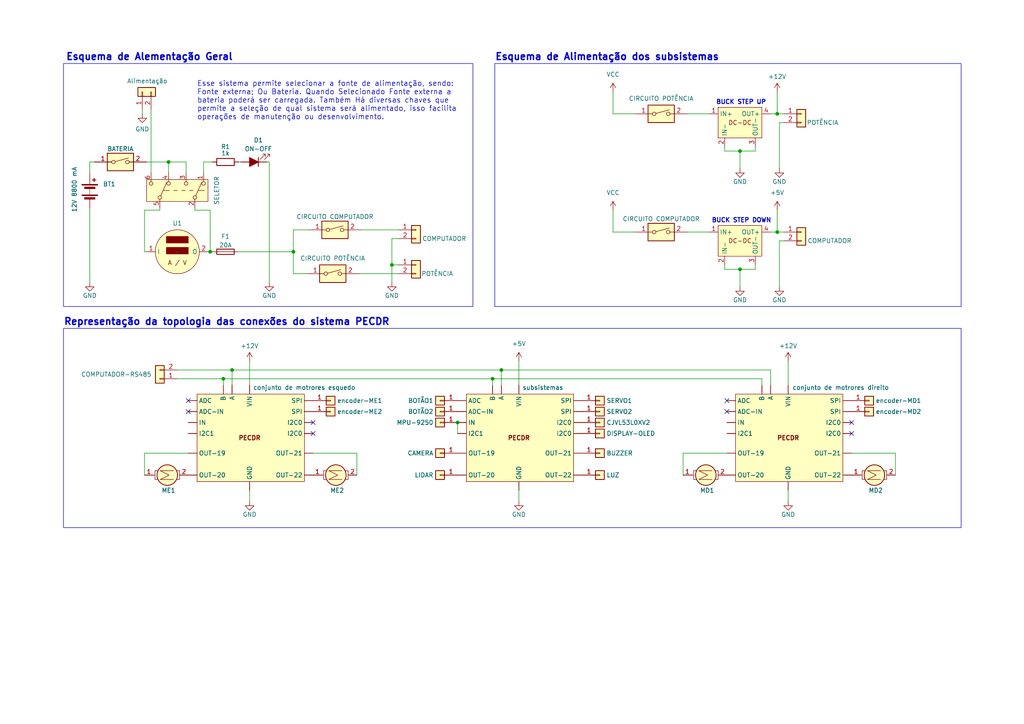
<source format=kicad_sch>
(kicad_sch (version 20230121) (generator eeschema)
  (paper "A4")
  (title_block (title "Fonte De Energia") (date "2024-02-04") (rev "0.01") (company "POR: Pedro Igor Borçatti da Silva ") (comment 4 "ESSE CIRCUITO REPRESENTA O ESQUEMA GERAL DA ALIMENTAÇÃO E CONEXÇÕES DO ROBÔ"))
  (lib_symbols
    (symbol "Connector_Generic:Conn_01x01" (pin_names (offset 1.016) hide)
      (property "Reference" "J" (at 0 2.54 0))
      (property "Value" "Conn_01x01" (at 0 -2.54 0))
      (symbol "Conn_01x01_1_1"
        (rectangle (start -1.27 0.127) (end 0 -0.127) (stroke (width 0.1524)))
        (rectangle (start -1.27 1.27) (end 1.27 -1.27) (stroke (width 0.254)) (fill (type background)))
        (pin passive line (at -5.08 0 0) (length 3.81) (name "Pin_1") (number "1"))
      )
    )
    (symbol "Connector_Generic:Conn_01x02" (pin_names (offset 1.016) hide)
      (property "Reference" "J" (at 0 2.54 0))
      (property "Value" "Conn_01x02" (at 0 -5.08 0))
      (symbol "Conn_01x02_1_1"
        (rectangle (start -1.27 -2.413) (end 0 -2.667) (stroke (width 0.1524)))
        (rectangle (start -1.27 0.127) (end 0 -0.127) (stroke (width 0.1524)))
        (rectangle (start -1.27 1.27) (end 1.27 -3.81) (stroke (width 0.254)) (fill (type background)))
        (pin passive line (at -5.08 0 0) (length 3.81) (name "Pin_1") (number "1"))
        (pin passive line (at -5.08 -2.54 0) (length 3.81) (name "Pin_2") (number "2"))
      )
    )
    (symbol "Device:Battery" (pin_numbers hide) (pin_names (offset 0) hide)
      (property "Reference" "BT" (at 2.54 2.54 0))
      (property "Value" "Battery" (at 2.54 0 0))
      (symbol "Battery_0_1"
        (rectangle (start -2.286 -1.27) (end 2.286 -1.524) (fill (type outline)))
        (rectangle (start -2.286 1.778) (end 2.286 1.524) (fill (type outline)))
        (rectangle (start -1.524 -2.032) (end 1.524 -2.54) (fill (type outline)))
        (rectangle (start -1.524 1.016) (end 1.524 0.508) (fill (type outline)))
        (polyline (pts (xy 0 -1.016) (xy 0 -0.762)))
        (polyline (pts (xy 0 -0.508) (xy 0 -0.254)))
        (polyline (pts (xy 0 0) (xy 0 0.254)))
        (polyline (pts (xy 0 1.778) (xy 0 2.54)))
        (polyline (pts (xy 0.762 3.048) (xy 1.778 3.048)) (stroke (width 0.254)))
        (polyline (pts (xy 1.27 3.556) (xy 1.27 2.54)) (stroke (width 0.254)))
      )
      (symbol "Battery_1_1"
        (pin passive line (at 0 5.08 270) (length 2.54) (name "+") (number "1"))
        (pin passive line (at 0 -5.08 90) (length 2.54) (name "-") (number "2"))
      )
    )
    (symbol "Device:Fuse" (pin_numbers hide) (pin_names (offset 0))
      (property "Reference" "F" (at 2.032 0 90))
      (property "Value" "Fuse" (at -1.905 0 90))
      (symbol "Fuse_0_1"
        (rectangle (start -0.762 -2.54) (end 0.762 2.54) (stroke (width 0.254)))
        (polyline (pts (xy 0 2.54) (xy 0 -2.54)))
      )
      (symbol "Fuse_1_1"
        (pin passive line (at 0 3.81 270) (length 1.27) (name "~") (number "1"))
        (pin passive line (at 0 -3.81 90) (length 1.27) (name "~") (number "2"))
      )
    )
    (symbol "Device:LED_Filled" (pin_numbers hide) (pin_names (offset 1.016) hide)
      (property "Reference" "D" (at 0 2.54 0))
      (property "Value" "LED_Filled" (at 0 -2.54 0))
      (symbol "LED_Filled_0_1"
        (polyline (pts (xy -1.27 -1.27) (xy -1.27 1.27)) (stroke (width 0.254)))
        (polyline (pts (xy -1.27 0) (xy 1.27 0)))
        (polyline (pts (xy 1.27 -1.27) (xy 1.27 1.27) (xy -1.27 0) (xy 1.27 -1.27)) (stroke (width 0.254)) (fill (type outline)))
        (polyline (pts (xy -3.048 -0.762) (xy -4.572 -2.286) (xy -3.81 -2.286) (xy -4.572 -2.286) (xy -4.572 -1.524)))
        (polyline (pts (xy -1.778 -0.762) (xy -3.302 -2.286) (xy -2.54 -2.286) (xy -3.302 -2.286) (xy -3.302 -1.524)))
      )
      (symbol "LED_Filled_1_1"
        (pin passive line (at -3.81 0 0) (length 2.54) (name "K") (number "1"))
        (pin passive line (at 3.81 0 180) (length 2.54) (name "A") (number "2"))
      )
    )
    (symbol "Device:R" (pin_numbers hide) (pin_names (offset 0))
      (property "Reference" "R" (at 2.032 0 90))
      (property "Value" "R" (at 0 0 90))
      (symbol "R_0_1"
        (rectangle (start -1.016 -2.54) (end 1.016 2.54) (stroke (width 0.254)))
      )
      (symbol "R_1_1"
        (pin passive line (at 0 3.81 270) (length 1.27) (name "~") (number "1"))
        (pin passive line (at 0 -3.81 90) (length 1.27) (name "~") (number "2"))
      )
    )
    (symbol "Motor:Motor_DC_ALT" (pin_names (offset 0))
      (property "Value" "ME1" (at 4.445 -1.27 90))
      (symbol "Motor_DC_ALT_0_0"
        (polyline (pts (xy -1.27 -4.318) (xy -1.27 -5.08) (xy 1.27 -5.08) (xy 1.27 -4.318)))
        (polyline (pts (xy -1.27 1.27) (xy -1.27 2.032) (xy 1.27 2.032) (xy 1.27 1.27)))
        (polyline (pts (xy -1.27 -3.302) (xy -1.27 0.508) (xy 0 -2.032) (xy 1.27 0.508) (xy 1.27 -3.302)))
      )
      (symbol "Motor_DC_ALT_0_1"
        (polyline (pts (xy 0 2.032) (xy 0 2.54)))
      )
      (symbol "Motor_DC_ALT_1_0"
        (circle (center 0 -1.524) (radius 2.9718) (stroke (width 0.254)) (fill (type background)))
      )
      (symbol "Motor_DC_ALT_1_1"
        (pin passive line (at 0 5.08 270) (length 2.54) (name "") (number "1"))
        (pin passive line (at 0 -7.62 90) (length 2.54) (name "") (number "2"))
      )
    )
    (symbol "MyLib2-ALL:DC-DC"
      (property "Reference" "U" (at -5.715 5.715 0))
      (symbol "DC-DC_1_1"
        (rectangle (start -6.35 4.445) (end 6.35 -4.445) (fill (type background)))
        (text "DC-DC" (at 0 0 0) (effects (font (size 1.27 1.27))))
        (pin input line (at -8.89 2.54 0) (length 2.54) (name "IN+") (number "1"))
        (pin input line (at -4.445 -6.985 90) (length 2.54) (name "IN-") (number "2"))
        (pin input line (at 4.445 -6.985 90) (length 2.54) (name "OUT-") (number "3"))
        (pin input line (at 8.89 2.54 180) (length 2.54) (name "OUT+") (number "4"))
      )
    )
    (symbol "MyLib2-ALL:PECDR"
      (property "Value" "conjunto de motrores direito" (at 15.24 14.605 0))
      (symbol "PECDR_1_1"
        (rectangle (start -15.24 12.7) (end 15.875 -12.7) (fill (type background)))
        (text "PECDR" (at 0 0 0) (effects (font (size 1.27 1.27) bold)))
        (pin bidirectional line (at -5.08 15.24 270) (length 2.54) (name "A") (number ""))
        (pin input line (at -17.78 10.795 0) (length 2.54) (name "ADC") (number ""))
        (pin input line (at -17.78 7.62 0) (length 2.54) (name "ADC-IN") (number ""))
        (pin bidirectional line (at -7.62 15.24 270) (length 2.54) (name "B") (number ""))
        (pin power_out line (at 0 -15.24 90) (length 2.54) (name "GND") (number ""))
        (pin input line (at 18.415 1.27 180) (length 2.54) (name "I2C0") (number ""))
        (pin input line (at 18.415 4.445 180) (length 2.54) (name "I2C0") (number ""))
        (pin input line (at -17.78 1.27 0) (length 2.54) (name "I2C1") (number ""))
        (pin input line (at -17.78 4.445 0) (length 2.54) (name "IN") (number ""))
        (pin input line (at -17.78 -4.445 0) (length 2.54) (name "OUT-19") (number ""))
        (pin input line (at -17.78 -10.795 0) (length 2.54) (name "OUT-20") (number ""))
        (pin input line (at 18.415 -4.445 180) (length 2.54) (name "OUT-21") (number ""))
        (pin input line (at 18.415 -10.795 180) (length 2.54) (name "OUT-22") (number ""))
        (pin input line (at 18.415 7.62 180) (length 2.54) (name "SPI") (number ""))
        (pin input line (at 18.415 10.795 180) (length 2.54) (name "SPI") (number ""))
        (pin power_in line (at 0 15.24 270) (length 2.54) (name "VIN") (number ""))
      )
    )
    (symbol "MyLib2-ALL:medidor"
      (property "Reference" "U" (at -4.445 6.985 0))
      (symbol "medidor_1_1"
        (rectangle (start -3.175 1.27) (end 3.175 -0.635) (fill (type outline)))
        (rectangle (start -3.175 4.445) (end 3.175 2.54) (fill (type outline)))
        (circle (center 0 0) (radius 6.3817) (fill (type background)))
        (text "A / V" (at 0 -3.175 0) (effects (font (size 1.27 1.27))))
        (pin input line (at -8.89 0 0) (length 2.54) (name "I") (number "1"))
        (pin output line (at 8.89 0 180) (length 2.54) (name "O") (number "2"))
      )
    )
    (symbol "PECDR_1"
      (property "Value" "subsistemas" (at 6.985 14.605 0))
      (symbol "PECDR_1_1_1"
        (rectangle (start -15.24 12.7) (end 15.875 -12.7) (fill (type background)))
        (text "PECDR" (at 0 0 0) (effects (font (size 1.27 1.27) bold)))
        (pin bidirectional line (at -5.08 15.24 270) (length 2.54) (name "A") (number ""))
        (pin input line (at -17.78 10.795 0) (length 2.54) (name "ADC") (number ""))
        (pin input line (at -17.78 7.62 0) (length 2.54) (name "ADC-IN") (number ""))
        (pin bidirectional line (at -7.62 15.24 270) (length 2.54) (name "B") (number ""))
        (pin power_out line (at 0 -15.24 90) (length 2.54) (name "GND") (number ""))
        (pin input line (at 18.415 1.27 180) (length 2.54) (name "I2C0") (number ""))
        (pin input line (at 18.415 4.445 180) (length 2.54) (name "I2C0") (number ""))
        (pin input line (at -17.78 1.27 0) (length 2.54) (name "I2C1") (number ""))
        (pin input line (at -17.78 4.445 0) (length 2.54) (name "IN") (number ""))
        (pin input line (at -17.78 -4.445 0) (length 2.54) (name "OUT-19") (number ""))
        (pin input line (at -17.78 -10.795 0) (length 2.54) (name "OUT-20") (number ""))
        (pin input line (at 18.415 -4.445 180) (length 2.54) (name "OUT-21") (number ""))
        (pin input line (at 18.415 -10.795 180) (length 2.54) (name "OUT-22") (number ""))
        (pin input line (at 18.415 7.62 180) (length 2.54) (name "SPI") (number ""))
        (pin input line (at 18.415 10.795 180) (length 2.54) (name "SPI") (number ""))
        (pin power_in line (at 0 15.24 270) (length 2.54) (name "VIN") (number ""))
      )
    )
    (symbol "PECDR_2"
      (property "Value" "conjunto de motrores esquedo" (at 15.875 14.605 0))
      (symbol "PECDR_2_1_1"
        (rectangle (start -15.24 12.7) (end 15.875 -12.7) (fill (type background)))
        (text "PECDR" (at 0 0 0) (effects (font (size 1.27 1.27) bold)))
        (pin bidirectional line (at -5.08 15.24 270) (length 2.54) (name "A") (number ""))
        (pin input line (at -17.78 10.795 0) (length 2.54) (name "ADC") (number ""))
        (pin input line (at -17.78 7.62 0) (length 2.54) (name "ADC-IN") (number ""))
        (pin bidirectional line (at -7.62 15.24 270) (length 2.54) (name "B") (number ""))
        (pin power_out line (at 0 -15.24 90) (length 2.54) (name "GND") (number ""))
        (pin input line (at 18.415 1.27 180) (length 2.54) (name "I2C0") (number ""))
        (pin input line (at 18.415 4.445 180) (length 2.54) (name "I2C0") (number ""))
        (pin input line (at -17.78 1.27 0) (length 2.54) (name "I2C1") (number ""))
        (pin input line (at -17.78 4.445 0) (length 2.54) (name "IN") (number ""))
        (pin input line (at -17.78 -4.445 0) (length 2.54) (name "OUT-19") (number ""))
        (pin input line (at -17.78 -10.795 0) (length 2.54) (name "OUT-20") (number ""))
        (pin input line (at 18.415 -4.445 180) (length 2.54) (name "OUT-21") (number ""))
        (pin input line (at 18.415 -10.795 180) (length 2.54) (name "OUT-22") (number ""))
        (pin input line (at 18.415 7.62 180) (length 2.54) (name "SPI") (number ""))
        (pin input line (at 18.415 10.795 180) (length 2.54) (name "SPI") (number ""))
        (pin power_in line (at 0 15.24 270) (length 2.54) (name "VIN") (number ""))
      )
    )
    (symbol "Switch:SW_DIP_x01" (pin_names (offset 0) hide)
      (property "Reference" "SW" (at 0 3.81 0))
      (property "Value" "SW_DIP_x01" (at 0 -3.81 0))
      (symbol "SW_DIP_x01_0_0"
        (circle (center -2.032 0) (radius 0.508))
        (polyline (pts (xy -1.524 0.127) (xy 2.3622 1.1684)))
        (circle (center 2.032 0) (radius 0.508))
      )
      (symbol "SW_DIP_x01_0_1"
        (rectangle (start -3.81 2.54) (end 3.81 -2.54) (stroke (width 0.254)) (fill (type background)))
      )
      (symbol "SW_DIP_x01_1_1"
        (pin passive line (at -7.62 0 0) (length 5.08) (name "~") (number "1"))
        (pin passive line (at 7.62 0 180) (length 5.08) (name "~") (number "2"))
      )
    )
    (symbol "Switch:SW_Push_DPDT" (pin_names (offset 0) hide)
      (property "Reference" "SW" (at 0 10.16 0))
      (property "Value" "SW_Push_DPDT" (at 0 -10.16 0))
      (symbol "SW_Push_DPDT_0_0"
        (circle (center -2.032 -5.08) (radius 0.508))
        (circle (center -2.032 5.08) (radius 0.508))
        (circle (center 2.032 -7.62) (radius 0.508))
        (circle (center 2.032 2.54) (radius 0.508))
      )
      (symbol "SW_Push_DPDT_0_1"
        (polyline (pts (xy -1.524 -4.826) (xy 2.3368 -3.0988)))
        (polyline (pts (xy -1.524 5.334) (xy 2.3368 7.0612)))
        (polyline (pts (xy 0 -2.286) (xy 0 -4.064)))
        (polyline (pts (xy 0 -1.016) (xy 0 0)))
        (polyline (pts (xy 0 1.27) (xy 0 2.286)))
        (polyline (pts (xy 0 3.556) (xy 0 4.572)))
        (polyline (pts (xy 0 7.874) (xy 0 6.096)))
        (circle (center 2.032 -2.54) (radius 0.508))
        (circle (center 2.032 7.62) (radius 0.508))
      )
      (symbol "SW_Push_DPDT_1_1"
        (rectangle (start -3.175 8.89) (end 3.175 -8.89) (fill (type background)))
        (pin passive line (at 5.08 7.62 180) (length 2.54) (name "A") (number "1"))
        (pin passive line (at -5.08 5.08 0) (length 2.54) (name "B") (number "2"))
        (pin passive line (at 5.08 2.54 180) (length 2.54) (name "C") (number "3"))
        (pin passive line (at 5.08 -2.54 180) (length 2.54) (name "A") (number "4"))
        (pin passive line (at -5.08 -5.08 0) (length 2.54) (name "B") (number "5"))
        (pin passive line (at 5.08 -7.62 180) (length 2.54) (name "C") (number "6"))
      )
    )
    (symbol "power:+12V" (power) (pin_names (offset 0))
      (property "Value" "+12V" (at 0 3.556 0))
      (symbol "+12V_0_1"
        (polyline (pts (xy -0.762 1.27) (xy 0 2.54)))
        (polyline (pts (xy 0 0) (xy 0 2.54)))
        (polyline (pts (xy 0 2.54) (xy 0.762 1.27)))
      )
      (symbol "+12V_1_1"
        (pin power_in line (at 0 0 90) (length 0) hide (name "+12V") (number "1"))
      )
    )
    (symbol "power:+5V" (power) (pin_names (offset 0))
      (property "Value" "+5V" (at 0 3.556 0))
      (symbol "+5V_0_1"
        (polyline (pts (xy -0.762 1.27) (xy 0 2.54)))
        (polyline (pts (xy 0 0) (xy 0 2.54)))
        (polyline (pts (xy 0 2.54) (xy 0.762 1.27)))
      )
      (symbol "+5V_1_1"
        (pin power_in line (at 0 0 90) (length 0) hide (name "+5V") (number "1"))
      )
    )
    (symbol "power:GND" (power) (pin_names (offset 0))
      (property "Value" "GND" (at 0 -3.81 0))
      (symbol "GND_0_1"
        (polyline (pts (xy 0 0) (xy 0 -1.27) (xy 1.27 -1.27) (xy 0 -2.54) (xy -1.27 -1.27) (xy 0 -1.27)))
      )
      (symbol "GND_1_1"
        (pin power_in line (at 0 0 270) (length 0) hide (name "GND") (number "1"))
      )
    )
    (symbol "power:VCC" (power) (pin_names (offset 0))
      (property "Value" "VCC" (at 0 3.81 0))
      (symbol "VCC_0_1"
        (polyline (pts (xy -0.762 1.27) (xy 0 2.54)))
        (polyline (pts (xy 0 0) (xy 0 2.54)))
        (polyline (pts (xy 0 2.54) (xy 0.762 1.27)))
      )
      (symbol "VCC_1_1"
        (pin power_in line (at 0 0 90) (length 0) hide (name "VCC") (number "1"))
      )
    )
  )
  (junction (at 64.77 109.855))
  (junction (at 60.96 73.025))
  (junction (at 214.63 78.105))
  (junction (at 214.63 43.815))
  (junction (at 48.895 46.99))
  (junction (at 85.09 73.025))
  (junction (at 225.425 67.31))
  (junction (at 145.415 107.315))
  (junction (at 225.425 33.02))
  (junction (at 67.31 107.315))
  (junction (at 113.665 76.835))
  (junction (at 132.715 122.555))
  (junction (at 142.875 109.855))
  (no_connect (at 247.015 125.73))
  (no_connect (at 90.805 122.555))
  (no_connect (at 54.61 116.205))
  (no_connect (at 210.82 119.38))
  (no_connect (at 210.82 116.205))
  (no_connect (at 54.61 119.38))
  (no_connect (at 90.805 125.73))
  (no_connect (at 247.015 122.555))
  (wire (pts (xy 46.355 60.325) (xy 46.355 60.96)))
  (wire (pts (xy 41.91 60.96) (xy 41.91 73.025)))
  (wire (pts (xy 41.91 131.445) (xy 54.61 131.445)))
  (wire (pts (xy 145.415 107.315) (xy 145.415 111.76)))
  (wire (pts (xy 46.355 60.96) (xy 41.91 60.96)))
  (wire (pts (xy 26.035 46.99) (xy 27.305 46.99)))
  (wire (pts (xy 103.505 131.445) (xy 90.805 131.445)))
  (wire (pts (xy 85.09 66.675) (xy 85.09 73.025)))
  (wire (pts (xy 85.09 73.025) (xy 85.09 79.375)))
  (wire (pts (xy 42.545 73.025) (xy 41.91 73.025)))
  (wire (pts (xy 59.055 50.165) (xy 59.055 46.99)))
  (wire (pts (xy 228.6 104.775) (xy 228.6 111.76)))
  (wire (pts (xy 199.39 33.02) (xy 205.74 33.02)))
  (wire (pts (xy 220.98 109.855) (xy 220.98 111.76)))
  (wire (pts (xy 219.075 42.545) (xy 219.075 43.815)))
  (wire (pts (xy 41.275 31.75) (xy 41.275 33.02)))
  (wire (pts (xy 225.425 67.31) (xy 227.33 67.31)))
  (wire (pts (xy 72.39 142.24) (xy 72.39 145.415)))
  (wire (pts (xy 69.85 46.99) (xy 69.215 46.99)))
  (wire (pts (xy 210.185 43.815) (xy 210.185 42.545)))
  (wire (pts (xy 53.975 50.165) (xy 53.975 46.99)))
  (wire (pts (xy 59.055 46.99) (xy 61.595 46.99)))
  (wire (pts (xy 226.06 48.895) (xy 226.06 35.56)))
  (wire (pts (xy 42.545 46.99) (xy 48.895 46.99)))
  (wire (pts (xy 85.09 66.675) (xy 89.535 66.675)))
  (wire (pts (xy 48.895 50.165) (xy 48.895 46.99)))
  (wire (pts (xy 219.075 76.835) (xy 219.075 78.105)))
  (wire (pts (xy 225.425 33.02) (xy 227.33 33.02)))
  (wire (pts (xy 88.9 79.375) (xy 85.09 79.375)))
  (wire (pts (xy 67.31 107.315) (xy 145.415 107.315)))
  (wire (pts (xy 198.12 131.445) (xy 198.12 137.795)))
  (wire (pts (xy 115.57 69.215) (xy 113.665 69.215)))
  (wire (pts (xy 142.875 109.855) (xy 220.98 109.855)))
  (wire (pts (xy 26.035 60.325) (xy 26.035 81.915)))
  (wire (pts (xy 53.975 46.99) (xy 48.895 46.99)))
  (wire (pts (xy 72.39 104.775) (xy 72.39 111.76)))
  (wire (pts (xy 56.515 60.325) (xy 56.515 60.96)))
  (wire (pts (xy 210.185 78.105) (xy 210.185 76.835)))
  (wire (pts (xy 78.105 46.99) (xy 77.47 46.99)))
  (wire (pts (xy 226.06 69.85) (xy 226.06 83.185)))
  (wire (pts (xy 113.665 69.215) (xy 113.665 76.835)))
  (wire (pts (xy 223.52 107.315) (xy 223.52 111.76)))
  (wire (pts (xy 259.715 131.445) (xy 247.015 131.445)))
  (wire (pts (xy 219.075 78.105) (xy 214.63 78.105)))
  (wire (pts (xy 60.96 60.96) (xy 60.96 73.025)))
  (wire (pts (xy 43.815 31.75) (xy 43.815 50.165)))
  (wire (pts (xy 104.14 79.375) (xy 115.57 79.375)))
  (wire (pts (xy 227.33 69.85) (xy 226.06 69.85)))
  (wire (pts (xy 26.035 50.165) (xy 26.035 46.99)))
  (wire (pts (xy 113.665 76.835) (xy 113.665 81.915)))
  (wire (pts (xy 64.77 111.76) (xy 64.77 109.855)))
  (wire (pts (xy 67.31 107.315) (xy 67.31 111.76)))
  (wire (pts (xy 60.96 73.025) (xy 61.595 73.025)))
  (wire (pts (xy 225.425 60.96) (xy 225.425 67.31)))
  (wire (pts (xy 225.425 26.67) (xy 225.425 33.02)))
  (wire (pts (xy 69.215 73.025) (xy 85.09 73.025)))
  (wire (pts (xy 225.425 67.31) (xy 223.52 67.31)))
  (wire (pts (xy 214.63 43.815) (xy 210.185 43.815)))
  (wire (pts (xy 150.495 104.775) (xy 150.495 111.76)))
  (wire (pts (xy 51.435 109.855) (xy 64.77 109.855)))
  (wire (pts (xy 199.39 67.31) (xy 205.74 67.31)))
  (wire (pts (xy 60.325 73.025) (xy 60.96 73.025)))
  (wire (pts (xy 228.6 142.24) (xy 228.6 145.415)))
  (wire (pts (xy 214.63 83.185) (xy 214.63 78.105)))
  (wire (pts (xy 41.91 131.445) (xy 41.91 137.795)))
  (wire (pts (xy 219.075 43.815) (xy 214.63 43.815)))
  (wire (pts (xy 226.06 35.56) (xy 227.33 35.56)))
  (wire (pts (xy 78.105 81.915) (xy 78.105 46.99)))
  (wire (pts (xy 214.63 48.895) (xy 214.63 43.815)))
  (wire (pts (xy 142.875 109.855) (xy 142.875 111.76)))
  (wire (pts (xy 103.505 137.795) (xy 103.505 131.445)))
  (wire (pts (xy 56.515 60.96) (xy 60.96 60.96)))
  (wire (pts (xy 214.63 78.105) (xy 210.185 78.105)))
  (wire (pts (xy 225.425 33.02) (xy 223.52 33.02)))
  (wire (pts (xy 51.435 107.315) (xy 67.31 107.315)))
  (wire (pts (xy 177.8 26.67) (xy 177.8 33.02)))
  (wire (pts (xy 177.8 33.02) (xy 184.15 33.02)))
  (wire (pts (xy 104.775 66.675) (xy 115.57 66.675)))
  (wire (pts (xy 198.12 131.445) (xy 210.82 131.445)))
  (wire (pts (xy 64.77 109.855) (xy 142.875 109.855)))
  (wire (pts (xy 177.8 67.31) (xy 184.15 67.31)))
  (wire (pts (xy 259.715 137.795) (xy 259.715 131.445)))
  (wire (pts (xy 113.665 76.835) (xy 115.57 76.835)))
  (wire (pts (xy 132.715 122.555) (xy 132.715 125.73)))
  (wire (pts (xy 145.415 107.315) (xy 223.52 107.315)))
  (wire (pts (xy 150.495 142.24) (xy 150.495 145.415)))
  (wire (pts (xy 177.8 60.96) (xy 177.8 67.31)))
  (rectangle (start 18.415 95.25) (end 278.765 153.035))
  (rectangle (start 143.51 18.415) (end 278.765 88.9))
  (rectangle (start 18.415 18.415) (end 137.16 88.9))
  (text "Esse sistema permite selecionar a fonte de alimentação, sendo:\nFonte externa; Ou Bateria. Quando Selecionado Fonte externa a\nbateria poderá ser carregada. Também Há diversas chaves que\npermite a seleção de qual sistema será alimentado, isso facilita\noperações de manutenção ou desenvolvimento." (at 57.15 34.925 0) (effects (font (size 1.5 1.5)) (justify left bottom)))
  (text "BUCK STEP UP" (at 207.645 30.48 0) (effects (font (size 1.27 1.27) bold) (justify left bottom)))
  (text "Esquema de Alimentação dos subsistemas" (at 143.51 17.78 0) (effects (font (size 2 2) (thickness 0.4) bold) (justify left bottom)))
  (text "Representação da topologia das conexões do sistema PECDR" (at 18.415 94.615 0) (effects (font (size 2 2) (thickness 0.4) bold) (justify left bottom)))
  (text "Esquema de Alementação Geral" (at 19.05 17.78 0) (effects (font (size 2 2) (thickness 0.4) bold) (justify left bottom)))
  (text "BUCK STEP DOWN" (at 206.375 64.77 0) (effects (font (size 1.27 1.27) bold) (justify left bottom)))
  (symbol (lib_id "Switch:SW_DIP_x01") (at 191.77 67.31 0) (unit 1)
    (property "Reference" "SW5" (effects hide))
    (property "Value" "CIRCUITO COMPUTADOR" (at 191.77 63.5 0))
  )
  (symbol (lib_id "power:GND") (at 113.665 81.915 0) (unit 1)
    (property "Reference" "#PWR04" (effects hide))
    (property "Value" "GND" (at 113.665 85.725 0))
  )
  (symbol (lib_id "power:GND") (at 72.39 145.415 0) (unit 1)
    (property "Reference" "#PWR013" (effects hide))
    (property "Value" "GND" (at 72.39 149.225 0))
  )
  (symbol (lib_id "Motor:Motor_DC_ALT") (at 203.2 137.795 90) (unit 1)
    (property "Reference" "M5" (effects hide))
    (property "Value" "MD1" (at 205.105 142.24 90))
  )
  (symbol (lib_id "power:GND") (at 226.06 83.185 0) (unit 1)
    (property "Reference" "#PWR06" (effects hide))
    (property "Value" "GND" (at 226.06 86.995 0))
  )
  (symbol (lib_id "power:GND") (at 150.495 145.415 0) (unit 1)
    (property "Reference" "#PWR014" (effects hide))
    (property "Value" "GND" (at 150.495 149.225 0))
  )
  (symbol (lib_id "Switch:SW_Push_DPDT") (at 51.435 55.245 270) (mirror x) (unit 1)
    (property "Reference" "SW1" (effects hide))
    (property "Value" "SELETOR" (at 62.865 55.245 0))
  )
  (symbol (lib_id "Switch:SW_DIP_x01") (at 96.52 79.375 0) (unit 1)
    (property "Reference" "SW3" (effects hide))
    (property "Value" "CIRCUITO POTÊNCIA" (at 96.52 74.93 0))
  )
  (symbol (lib_id "power:+12V") (at 225.425 26.67 0) (unit 1)
    (property "Reference" "#PWR011" (effects hide))
    (property "Value" "+12V" (at 225.425 22.225 0))
  )
  (symbol (lib_id "Device:R") (at 65.405 46.99 90) (unit 1)
    (property "Reference" "R1" (at 65.405 42.545 90))
    (property "Value" "1k" (at 65.405 44.45 90))
  )
  (symbol (lib_id "power:GND") (at 214.63 83.185 0) (unit 1)
    (property "Reference" "#PWR09" (effects hide))
    (property "Value" "GND" (at 214.63 86.995 0))
  )
  (symbol (lib_id "MyLib2-ALL:medidor") (at 51.435 73.025 0) (unit 1)
    (property "Reference" "U1" (at 51.435 64.77 0))
    (property "Value" "~" (at 51.435 73.025 0))
  )
  (symbol (lib_id "Connector_Generic:Conn_01x02") (at 41.275 26.67 90) (unit 1)
    (property "Reference" "J1" (effects hide))
    (property "Value" "Alimentação" (at 36.83 23.495 90) (effects (justify right)))
  )
  (symbol (lib_id "Connector_Generic:Conn_01x01") (at 173.99 131.445 0) (unit 1)
    (property "Reference" "J13" (effects hide))
    (property "Value" "BUZZER" (at 175.895 131.445 0) (effects (justify left)))
  )
  (symbol (lib_id "power:+12V") (at 228.6 104.775 0) (unit 1)
    (property "Reference" "#PWR018" (effects hide))
    (property "Value" "+12V" (at 228.6 100.33 0))
  )
  (symbol (lib_id "Connector_Generic:Conn_01x02") (at 120.65 76.835 0) (unit 1)
    (property "Reference" "J3" (effects hide))
    (property "Value" "POTÊNCIA" (at 131.445 79.375 0) (effects (justify right)))
  )
  (symbol (lib_id "Connector_Generic:Conn_01x01") (at 252.095 116.205 0) (unit 1)
    (property "Reference" "J10" (effects hide))
    (property "Value" "encoder-MD1" (at 254 116.205 0) (effects (justify left)))
  )
  (symbol (lib_id "Motor:Motor_DC_ALT") (at 252.095 137.795 90) (unit 1)
    (property "Reference" "M6" (effects hide))
    (property "Value" "MD2" (at 254 142.24 90))
  )
  (symbol (lib_id "power:GND") (at 214.63 48.895 0) (unit 1)
    (property "Reference" "#PWR07" (effects hide))
    (property "Value" "GND" (at 214.63 52.705 0))
  )
  (symbol (lib_id "Device:Battery") (at 26.035 55.245 0) (unit 1)
    (property "Reference" "BT1" (at 29.845 53.4035 0) (effects (justify left)))
    (property "Value" "12V 8800 mA" (at 21.59 61.595 90) (effects (justify left)))
  )
  (symbol (lib_name "PECDR_1") (lib_id "MyLib2-ALL:PECDR") (at 150.495 127 0) (unit 1)
    (property "Reference" "U5" (effects hide))
    (property "Value" "subsistemas" (at 157.48 112.395 0))
  )
  (symbol (lib_id "Connector_Generic:Conn_01x02") (at 120.65 66.675 0) (unit 1)
    (property "Reference" "J2" (effects hide))
    (property "Value" "COMPUTADOR" (at 135.255 69.215 0) (effects (justify right)))
  )
  (symbol (lib_id "Connector_Generic:Conn_01x01") (at 173.99 137.795 0) (unit 1)
    (property "Reference" "J14" (effects hide))
    (property "Value" "LUZ" (at 175.895 137.795 0) (effects (justify left)))
  )
  (symbol (lib_id "Connector_Generic:Conn_01x01") (at 95.885 116.205 0) (unit 1)
    (property "Reference" "J6" (effects hide))
    (property "Value" "encoder-ME1" (at 97.79 116.205 0) (effects (justify left)))
  )
  (symbol (lib_id "power:+5V") (at 225.425 60.96 0) (unit 1)
    (property "Reference" "#PWR010" (effects hide))
    (property "Value" "+5V" (at 225.425 55.88 0))
  )
  (symbol (lib_id "MyLib2-ALL:PECDR") (at 228.6 127 0) (unit 1)
    (property "Reference" "U6" (effects hide))
    (property "Value" "conjunto de motrores direito" (at 243.84 112.395 0))
  )
  (symbol (lib_id "power:GND") (at 226.06 48.895 0) (unit 1)
    (property "Reference" "#PWR012" (effects hide))
    (property "Value" "GND" (at 226.06 52.705 0))
  )
  (symbol (lib_id "power:+5V") (at 150.495 104.775 0) (unit 1)
    (property "Reference" "#PWR019" (effects hide))
    (property "Value" "+5V" (at 150.495 99.695 0))
  )
  (symbol (lib_id "power:GND") (at 26.035 81.915 0) (unit 1)
    (property "Reference" "#PWR01" (effects hide))
    (property "Value" "GND" (at 26.035 85.725 0))
  )
  (symbol (lib_id "MyLib2-ALL:DC-DC") (at 214.63 35.56 0) (unit 1)
    (property "Reference" "U2" (effects hide))
    (property "Value" "~" (at 220.345 29.845 0))
  )
  (symbol (lib_name "PECDR_2") (lib_id "MyLib2-ALL:PECDR") (at 72.39 127 0) (unit 1)
    (property "Reference" "U4" (effects hide))
    (property "Value" "conjunto de motrores esquedo" (at 88.265 112.395 0))
  )
  (symbol (lib_id "Motor:Motor_DC_ALT") (at 95.885 137.795 90) (unit 1)
    (property "Reference" "M1" (effects hide))
    (property "Value" "ME2" (at 97.79 142.24 90))
  )
  (symbol (lib_id "Connector_Generic:Conn_01x01") (at 127.635 119.38 180) (unit 1)
    (property "Reference" "J20" (effects hide))
    (property "Value" "BOTÃO2" (at 125.73 119.38 0) (effects (justify left)))
  )
  (symbol (lib_id "power:GND") (at 228.6 145.415 0) (unit 1)
    (property "Reference" "#PWR015" (effects hide))
    (property "Value" "GND" (at 228.6 149.225 0))
  )
  (symbol (lib_id "power:VCC") (at 177.8 60.96 0) (unit 1)
    (property "Reference" "#PWR05" (effects hide))
    (property "Value" "VCC" (at 177.8 55.88 0))
  )
  (symbol (lib_id "Connector_Generic:Conn_01x01") (at 173.99 122.555 0) (unit 1)
    (property "Reference" "J16" (effects hide))
    (property "Value" "CJVL53L0XV2" (at 175.895 122.555 0) (effects (justify left)))
  )
  (symbol (lib_id "Connector_Generic:Conn_01x01") (at 252.095 119.38 0) (unit 1)
    (property "Reference" "J11" (effects hide))
    (property "Value" "encoder-MD2" (at 254 119.38 0) (effects (justify left)))
  )
  (symbol (lib_id "Connector_Generic:Conn_01x01") (at 173.99 119.38 0) (unit 1)
    (property "Reference" "J18" (effects hide))
    (property "Value" "SERVO2" (at 175.895 119.38 0) (effects (justify left)))
  )
  (symbol (lib_id "MyLib2-ALL:DC-DC") (at 214.63 69.85 0) (unit 1)
    (property "Reference" "U3" (effects hide))
    (property "Value" "~" (at 220.345 64.135 0))
  )
  (symbol (lib_id "Motor:Motor_DC_ALT") (at 46.99 137.795 90) (unit 1)
    (property "Reference" "M2" (effects hide))
    (property "Value" "ME1" (at 48.895 142.24 90))
  )
  (symbol (lib_id "power:GND") (at 41.275 33.02 0) (unit 1)
    (property "Reference" "#PWR02" (effects hide))
    (property "Value" "GND" (at 41.275 37.465 0))
  )
  (symbol (lib_id "Switch:SW_DIP_x01") (at 97.155 66.675 0) (unit 1)
    (property "Reference" "SW2" (effects hide))
    (property "Value" "CIRCUITO COMPUTADOR" (at 97.155 62.865 0))
  )
  (symbol (lib_id "power:+12V") (at 72.39 104.775 0) (unit 1)
    (property "Reference" "#PWR016" (effects hide))
    (property "Value" "+12V" (at 72.39 100.33 0))
  )
  (symbol (lib_id "Device:LED_Filled") (at 73.66 46.99 180) (unit 1)
    (property "Reference" "D1" (at 74.93 40.64 0))
    (property "Value" "ON-OFF" (at 74.93 43.18 0))
  )
  (symbol (lib_id "Connector_Generic:Conn_01x02") (at 46.355 109.855 180) (unit 1)
    (property "Reference" "J8" (effects hide))
    (property "Value" "COMPUTADOR-RS485" (at 23.495 108.585 0) (effects (justify right)))
  )
  (symbol (lib_id "Switch:SW_DIP_x01") (at 191.77 33.02 0) (unit 1)
    (property "Reference" "SW6" (effects hide))
    (property "Value" "CIRCUITO POTÊNCIA" (at 191.77 28.575 0))
  )
  (symbol (lib_id "Connector_Generic:Conn_01x01") (at 127.635 131.445 180) (unit 1)
    (property "Reference" "J9" (effects hide))
    (property "Value" "CAMERA" (at 125.73 131.445 0) (effects (justify left)))
  )
  (symbol (lib_id "Switch:SW_DIP_x01") (at 34.925 46.99 0) (unit 1)
    (property "Reference" "SW4" (effects hide))
    (property "Value" "BATERIA" (at 34.925 43.18 0))
  )
  (symbol (lib_id "Connector_Generic:Conn_01x01") (at 173.99 125.73 0) (unit 1)
    (property "Reference" "J21" (effects hide))
    (property "Value" "DISPLAY-OLED" (at 175.895 125.73 0) (effects (justify left)))
  )
  (symbol (lib_id "Connector_Generic:Conn_01x02") (at 232.41 33.02 0) (unit 1)
    (property "Reference" "J5" (effects hide))
    (property "Value" "POTÊNCIA" (at 243.205 35.56 0) (effects (justify right)))
  )
  (symbol (lib_id "Connector_Generic:Conn_01x01") (at 127.635 137.795 180) (unit 1)
    (property "Reference" "J12" (effects hide))
    (property "Value" "LIDAR" (at 125.73 137.795 0) (effects (justify left)))
  )
  (symbol (lib_id "Connector_Generic:Conn_01x01") (at 127.635 122.555 180) (unit 1)
    (property "Reference" "J15" (effects hide))
    (property "Value" "MPU-9250" (at 125.73 122.555 0) (effects (justify left)))
  )
  (symbol (lib_id "Connector_Generic:Conn_01x01") (at 95.885 119.38 0) (unit 1)
    (property "Reference" "J7" (effects hide))
    (property "Value" "encoder-ME2" (at 97.79 119.38 0) (effects (justify left)))
  )
  (symbol (lib_id "Connector_Generic:Conn_01x01") (at 127.635 116.205 180) (unit 1)
    (property "Reference" "J19" (effects hide))
    (property "Value" "BOTÃO1" (at 125.73 116.205 0) (effects (justify left)))
  )
  (symbol (lib_id "power:GND") (at 78.105 81.915 0) (unit 1)
    (property "Reference" "#PWR03" (effects hide))
    (property "Value" "GND" (at 78.105 85.725 0))
  )
  (symbol (lib_id "power:VCC") (at 177.8 26.67 0) (unit 1)
    (property "Reference" "#PWR08" (effects hide))
    (property "Value" "VCC" (at 177.8 21.59 0))
  )
  (symbol (lib_id "Connector_Generic:Conn_01x01") (at 173.99 116.205 0) (unit 1)
    (property "Reference" "J17" (effects hide))
    (property "Value" "SERVO1" (at 175.895 116.205 0) (effects (justify left)))
  )
  (symbol (lib_id "Connector_Generic:Conn_01x02") (at 232.41 67.31 0) (unit 1)
    (property "Reference" "J4" (effects hide))
    (property "Value" "COMPUTADOR" (at 247.015 69.85 0) (effects (justify right)))
  )
  (symbol (lib_id "Device:Fuse") (at 65.405 73.025 90) (unit 1)
    (property "Reference" "F1" (at 65.405 68.58 90))
    (property "Value" "20A" (at 65.405 71.12 90))
  )
)
</source>
